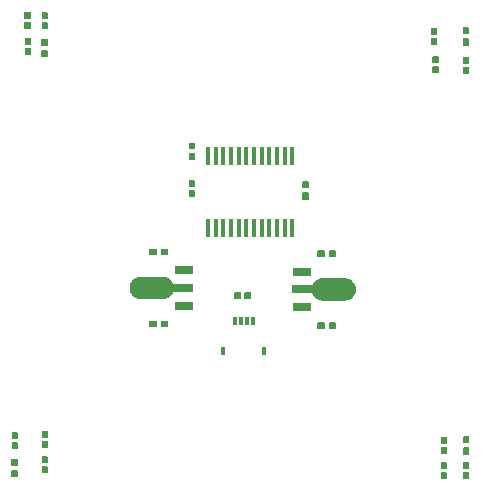
<source format=gbp>
G04 Layer: BottomPasteMaskLayer*
G04 EasyEDA Pro v2.1.44.1.245b18d5.fca1f9, 2024-01-18 14:01:25*
G04 Gerber Generator version 0.3*
G04 Scale: 100 percent, Rotated: No, Reflected: No*
G04 Dimensions in millimeters*
G04 Leading zeros omitted, absolute positions, 3 integers and 5 decimals*
%FSLAX35Y35*%
%MOMM*%
%ADD10R,1.575X0.67201*%
%ADD11R,1.575X0.67201*%
%ADD12R,0.4X0.8*%
%ADD13R,0.3X0.8*%
%ADD14R,0.4X1.65001*%
G75*


G04 PolygonModel Start*
G36*
G01X261396Y-1686202D02*
G01X261396Y-1641201D01*
G01X254399Y-1636202D01*
G01X206398D01*
G01X201397Y-1641201D01*
G01Y-1686202D01*
G01X206398Y-1691201D01*
G01X254399D01*
G01X261396Y-1686202D01*
G37*
G36*
G01X357398Y-1686202D02*
G01X357398Y-1641201D01*
G01X352397Y-1636202D01*
G01X304399D01*
G01X297398Y-1641201D01*
G01Y-1686202D01*
G01X304399Y-1691201D01*
G01X352397D01*
G01X357398Y-1686202D01*
G37*
G36*
G01X297404Y-1031598D02*
G01X297404Y-1076599D01*
G01X304401Y-1081598D01*
G01X352402D01*
G01X357403Y-1076599D01*
G01Y-1031598D01*
G01X352402Y-1026599D01*
G01X304401D01*
G01X297404Y-1031598D01*
G37*
G36*
G01X201402Y-1031598D02*
G01X201402Y-1076599D01*
G01X206403Y-1081598D01*
G01X254401D01*
G01X261402Y-1076599D01*
G01Y-1031598D01*
G01X254401Y-1026599D01*
G01X206403D01*
G01X201402Y-1031598D01*
G37*
G36*
G01X1719804Y-1044298D02*
G01X1719804Y-1089299D01*
G01X1726801Y-1094298D01*
G01X1774802D01*
G01X1779803Y-1089299D01*
G01Y-1044298D01*
G01X1774802Y-1039299D01*
G01X1726801D01*
G01X1719804Y-1044298D01*
G37*
G36*
G01X1623802Y-1044298D02*
G01X1623802Y-1089299D01*
G01X1628803Y-1094298D01*
G01X1676801D01*
G01X1683802Y-1089299D01*
G01Y-1044298D01*
G01X1676801Y-1039299D01*
G01X1628803D01*
G01X1623802Y-1044298D01*
G37*
G36*
G01X1683796Y-1698902D02*
G01X1683796Y-1653901D01*
G01X1676799Y-1648902D01*
G01X1628798D01*
G01X1623797Y-1653901D01*
G01Y-1698902D01*
G01X1628798Y-1703901D01*
G01X1676799D01*
G01X1683796Y-1698902D01*
G37*
G36*
G01X1779798Y-1698902D02*
G01X1779798Y-1653901D01*
G01X1774797Y-1648902D01*
G01X1726799D01*
G01X1719798Y-1653901D01*
G01Y-1698902D01*
G01X1726799Y-1703901D01*
G01X1774797D01*
G01X1779798Y-1698902D01*
G37*
G36*
G01X-917298Y-2900904D02*
G01X-962299Y-2900904D01*
G01X-967298Y-2907901D01*
G01Y-2955902D01*
G01X-962299Y-2960903D01*
G01X-917298D01*
G01X-912299Y-2955902D01*
G01Y-2907901D01*
G01X-917298Y-2900904D01*
G37*
G36*
G01X-917298Y-2804902D02*
G01X-962299Y-2804902D01*
G01X-967298Y-2809903D01*
G01Y-2857901D01*
G01X-962299Y-2864902D01*
G01X-917298D01*
G01X-912299Y-2857901D01*
G01Y-2809903D01*
G01X-917298Y-2804902D01*
G37*
G36*
G01X2905402Y-2710404D02*
G01X2860401Y-2710404D01*
G01X2855402Y-2717401D01*
G01Y-2765402D01*
G01X2860401Y-2770403D01*
G01X2905402D01*
G01X2910401Y-2765402D01*
G01Y-2717401D01*
G01X2905402Y-2710404D01*
G37*
G36*
G01X2905402Y-2614402D02*
G01X2860401Y-2614402D01*
G01X2855402Y-2619403D01*
G01Y-2667401D01*
G01X2860401Y-2674402D01*
G01X2905402D01*
G01X2910401Y-2667401D01*
G01Y-2619403D01*
G01X2905402Y-2614402D01*
G37*
G36*
G01X-708302Y691104D02*
G01X-663301Y691104D01*
G01X-658302Y698101D01*
G01Y746102D01*
G01X-663301Y751103D01*
G01X-708302D01*
G01X-713301Y746102D01*
G01Y698101D01*
G01X-708302Y691104D01*
G37*
G36*
G01X-708302Y595102D02*
G01X-663301Y595102D01*
G01X-658302Y600103D01*
G01Y648101D01*
G01X-663301Y655102D01*
G01X-708302D01*
G01X-713301Y648101D01*
G01Y600103D01*
G01X-708302Y595102D01*
G37*
G36*
G01X2901693Y752988D02*
G01X2856692Y752988D01*
G01X2851694Y745990D01*
G01Y697989D01*
G01X2856692Y692988D01*
G01X2901693D01*
G01X2906692Y697989D01*
G01Y745990D01*
G01X2901693Y752988D01*
G37*
G36*
G01X2901693Y848990D02*
G01X2856692Y848990D01*
G01X2851694Y843989D01*
G01Y795990D01*
G01X2856692Y788990D01*
G01X2901693D01*
G01X2906692Y795990D01*
G01Y843989D01*
G01X2901693Y848990D01*
G37*
G36*
G01X1546502Y-551404D02*
G01X1501501Y-551404D01*
G01X1496502Y-558401D01*
G01Y-606402D01*
G01X1501501Y-611403D01*
G01X1546502D01*
G01X1551501Y-606402D01*
G01Y-558401D01*
G01X1546502Y-551404D01*
G37*
G36*
G01X1546502Y-455402D02*
G01X1501501Y-455402D01*
G01X1496502Y-460403D01*
G01Y-508401D01*
G01X1501501Y-515402D01*
G01X1546502D01*
G01X1551501Y-508401D01*
G01Y-460403D01*
G01X1546502Y-455402D01*
G37*
G36*
G01X2669400Y-2894800D02*
G01X2715400Y-2894800D01*
G01X2719400Y-2890799D01*
G01Y-2840736D01*
G01X2715400Y-2836735D01*
G01X2669400D01*
G01X2665400Y-2840736D01*
G01Y-2890799D01*
G01X2669400Y-2894800D01*
G37*
G36*
G01X2669400Y-2921800D02*
G01X2715400Y-2921800D01*
G01X2719400Y-2925801D01*
G01Y-2975864D01*
G01X2715400Y-2979864D01*
G01X2669400D01*
G01X2665400Y-2975864D01*
G01Y-2925801D01*
G01X2669400Y-2921800D01*
G37*
G36*
G01X2859900Y-2894800D02*
G01X2905900Y-2894800D01*
G01X2909900Y-2890799D01*
G01Y-2840736D01*
G01X2905900Y-2836735D01*
G01X2859900D01*
G01X2855900Y-2840736D01*
G01Y-2890799D01*
G01X2859900Y-2894800D01*
G37*
G36*
G01X2859900Y-2921800D02*
G01X2905900Y-2921800D01*
G01X2909900Y-2925801D01*
G01Y-2975864D01*
G01X2905900Y-2979864D01*
G01X2859900D01*
G01X2855900Y-2975864D01*
G01Y-2925801D01*
G01X2859900Y-2921800D01*
G37*
G36*
G01X2669400Y-2678900D02*
G01X2715400Y-2678900D01*
G01X2719400Y-2674899D01*
G01Y-2624836D01*
G01X2715400Y-2620835D01*
G01X2669400D01*
G01X2665400Y-2624836D01*
G01Y-2674899D01*
G01X2669400Y-2678900D01*
G37*
G36*
G01X2669400Y-2705900D02*
G01X2715400Y-2705900D01*
G01X2719400Y-2709901D01*
G01Y-2759964D01*
G01X2715400Y-2763964D01*
G01X2669400D01*
G01X2665400Y-2759964D01*
G01Y-2709901D01*
G01X2669400Y-2705900D01*
G37*
G36*
G01X-662800Y-2655100D02*
G01X-708800Y-2655100D01*
G01X-712800Y-2659101D01*
G01Y-2709164D01*
G01X-708800Y-2713164D01*
G01X-662800D01*
G01X-658800Y-2709164D01*
G01Y-2659101D01*
G01X-662800Y-2655100D01*
G37*
G36*
G01X-662800Y-2628100D02*
G01X-708800Y-2628100D01*
G01X-712800Y-2624099D01*
G01Y-2574036D01*
G01X-708800Y-2570035D01*
G01X-662800D01*
G01X-658800Y-2574036D01*
G01Y-2624099D01*
G01X-662800Y-2628100D01*
G37*
G36*
G01X-916800Y-2667800D02*
G01X-962800Y-2667800D01*
G01X-966800Y-2671801D01*
G01Y-2721864D01*
G01X-962800Y-2725864D01*
G01X-916800D01*
G01X-912800Y-2721864D01*
G01Y-2671801D01*
G01X-916800Y-2667800D01*
G37*
G36*
G01X-916800Y-2640800D02*
G01X-962800Y-2640800D01*
G01X-966800Y-2636799D01*
G01Y-2586736D01*
G01X-962800Y-2582735D01*
G01X-916800D01*
G01X-912800Y-2586736D01*
G01Y-2636799D01*
G01X-916800Y-2640800D01*
G37*
G36*
G01X-708800Y-2844000D02*
G01X-662800Y-2844000D01*
G01X-658800Y-2839999D01*
G01Y-2789936D01*
G01X-662800Y-2785935D01*
G01X-708800D01*
G01X-712800Y-2789936D01*
G01Y-2839999D01*
G01X-708800Y-2844000D01*
G37*
G36*
G01X-708800Y-2871000D02*
G01X-662800Y-2871000D01*
G01X-658800Y-2875001D01*
G01Y-2925064D01*
G01X-662800Y-2929064D01*
G01X-708800D01*
G01X-712800Y-2925064D01*
G01Y-2875001D01*
G01X-708800Y-2871000D01*
G37*
G36*
G01X-662800Y888200D02*
G01X-708800Y888200D01*
G01X-712800Y884199D01*
G01Y834136D01*
G01X-708800Y830136D01*
G01X-662800D01*
G01X-658800Y834136D01*
G01Y884199D01*
G01X-662800Y888200D01*
G37*
G36*
G01X-662800Y915200D02*
G01X-708800Y915200D01*
G01X-712800Y919201D01*
G01Y969264D01*
G01X-708800Y973265D01*
G01X-662800D01*
G01X-658800Y969264D01*
G01Y919201D01*
G01X-662800Y915200D01*
G37*
G36*
G01X-807682Y893382D02*
G01X-853681Y893382D01*
G01X-857682Y889381D01*
G01Y839318D01*
G01X-853681Y835317D01*
G01X-807682D01*
G01X-803681Y839318D01*
G01Y889381D01*
G01X-807682Y893382D01*
G37*
G36*
G01X-807682Y920382D02*
G01X-853681Y920382D01*
G01X-857682Y924382D01*
G01Y974446D01*
G01X-853681Y978446D01*
G01X-807682D01*
G01X-803681Y974446D01*
G01Y924382D01*
G01X-807682Y920382D01*
G37*
G36*
G01X-848500Y699300D02*
G01X-802500Y699300D01*
G01X-798500Y703301D01*
G01Y753364D01*
G01X-802500Y757365D01*
G01X-848500D01*
G01X-852500Y753364D01*
G01Y703301D01*
G01X-848500Y699300D01*
G37*
G36*
G01X-848500Y672300D02*
G01X-802500Y672300D01*
G01X-798500Y668299D01*
G01Y618236D01*
G01X-802500Y614236D01*
G01X-848500D01*
G01X-852500Y618236D01*
G01Y668299D01*
G01X-848500Y672300D01*
G37*
G36*
G01X2646718Y517055D02*
G01X2600719Y517055D01*
G01X2596718Y513055D01*
G01Y462991D01*
G01X2600719Y458991D01*
G01X2646718D01*
G01X2650719Y462991D01*
G01Y513055D01*
G01X2646718Y517055D01*
G37*
G36*
G01X2646718Y544055D02*
G01X2600719Y544055D01*
G01X2596718Y548056D01*
G01Y598119D01*
G01X2600719Y602120D01*
G01X2646718D01*
G01X2650719Y598119D01*
G01Y548056D01*
G01X2646718Y544055D01*
G37*
G36*
G01X2903414Y510858D02*
G01X2857415Y510858D01*
G01X2853414Y506857D01*
G01Y456794D01*
G01X2857415Y452793D01*
G01X2903414D01*
G01X2907415Y456794D01*
G01Y506857D01*
G01X2903414Y510858D01*
G37*
G36*
G01X2903414Y537858D02*
G01X2857415Y537858D01*
G01X2853414Y541858D01*
G01Y591922D01*
G01X2857415Y595922D01*
G01X2903414D01*
G01X2907415Y591922D01*
G01Y541858D01*
G01X2903414Y537858D01*
G37*
G36*
G01X2634018Y753682D02*
G01X2588019Y753682D01*
G01X2584018Y749681D01*
G01Y699618D01*
G01X2588019Y695617D01*
G01X2634018D01*
G01X2638019Y699618D01*
G01Y749681D01*
G01X2634018Y753682D01*
G37*
G36*
G01X2634018Y780682D02*
G01X2588019Y780682D01*
G01X2584018Y784682D01*
G01Y834746D01*
G01X2588019Y838746D01*
G01X2634018D01*
G01X2638019Y834746D01*
G01Y784682D01*
G01X2634018Y780682D01*
G37*
G36*
G01X535800Y-187363D02*
G01X581800Y-187363D01*
G01X585800Y-183363D01*
G01Y-133299D01*
G01X581800Y-129299D01*
G01X535800D01*
G01X531800Y-133299D01*
G01Y-183363D01*
G01X535800Y-187363D01*
G37*
G36*
G01X535800Y-214363D02*
G01X581800Y-214363D01*
G01X585800Y-218364D01*
G01Y-268427D01*
G01X581800Y-272428D01*
G01X535800D01*
G01X531800Y-268427D01*
G01Y-218364D01*
G01X535800Y-214363D01*
G37*
G36*
G01X1004100Y-1399400D02*
G01X1004100Y-1445400D01*
G01X1008101Y-1449400D01*
G01X1058164D01*
G01X1062165Y-1445400D01*
G01Y-1399400D01*
G01X1058164Y-1395400D01*
G01X1008101D01*
G01X1004100Y-1399400D01*
G37*
G36*
G01X977100Y-1399400D02*
G01X977100Y-1445400D01*
G01X973099Y-1449400D01*
G01X923036D01*
G01X919036Y-1445400D01*
G01Y-1399400D01*
G01X923036Y-1395400D01*
G01X973099D01*
G01X977100Y-1399400D01*
G37*
G36*
G01X581800Y-534200D02*
G01X535800Y-534200D01*
G01X531800Y-538201D01*
G01Y-588264D01*
G01X535800Y-592264D01*
G01X581800D01*
G01X585800Y-588264D01*
G01Y-538201D01*
G01X581800Y-534200D01*
G37*
G36*
G01X581800Y-507200D02*
G01X535800Y-507200D01*
G01X531800Y-503199D01*
G01Y-453136D01*
G01X535800Y-449135D01*
G01X581800D01*
G01X585800Y-453136D01*
G01Y-503199D01*
G01X581800Y-507200D01*
G37*
G04 PolygonModel End*

G04 Pad Start*
G54D10*
G01X491223Y-1208900D03*
G01X491223Y-1508900D03*
G36*
G01X127279Y-1453883D02*
G01X312699Y-1453883D01*
G01X317152Y-1453777D01*
G01X321594Y-1453464D01*
G01X326019Y-1452943D01*
G01X330413Y-1452217D01*
G01X334769Y-1451282D01*
G01X339075Y-1450147D01*
G01X343324Y-1448811D01*
G01X347505Y-1447277D01*
G01X351610Y-1445547D01*
G01X355630Y-1443629D01*
G01X359555Y-1441524D01*
G01X363377Y-1439235D01*
G01X367088Y-1436771D01*
G01X370680Y-1434137D01*
G01X374142Y-1431338D01*
G01X377472Y-1428377D01*
G01X380657Y-1425265D01*
G01X383695Y-1422006D01*
G01X386575Y-1418610D01*
G01X389293Y-1415082D01*
G01X391843Y-1411430D01*
G01X394218Y-1407663D01*
G01X396415Y-1403787D01*
G01X398429Y-1399814D01*
G01X400253Y-1391884D01*
G01X569986D01*
G01Y-1325885D01*
G01X400253D01*
G01X398429Y-1317950D01*
G01X396415Y-1313978D01*
G01X394218Y-1310102D01*
G01X391843Y-1306335D01*
G01X389293Y-1302682D01*
G01X386575Y-1299154D01*
G01X383695Y-1295758D01*
G01X380657Y-1292499D01*
G01X377472Y-1289388D01*
G01X374142Y-1286426D01*
G01X370680Y-1283627D01*
G01X367088Y-1280993D01*
G01X363377Y-1278529D01*
G01X359555Y-1276241D01*
G01X355630Y-1274135D01*
G01X351610Y-1272217D01*
G01X347505Y-1270488D01*
G01X343324Y-1268954D01*
G01X339075Y-1267617D01*
G01X334769Y-1266482D01*
G01X330413Y-1265547D01*
G01X326019Y-1264821D01*
G01X321594Y-1264300D01*
G01X317152Y-1263988D01*
G01X312699Y-1263881D01*
G01X127279D01*
G01X122827Y-1263988D01*
G01X118384Y-1264300D01*
G01X113960Y-1264821D01*
G01X109565Y-1265547D01*
G01X105209Y-1266482D01*
G01X100904Y-1267617D01*
G01X96655Y-1268954D01*
G01X92474Y-1270488D01*
G01X88369Y-1272217D01*
G01X84348Y-1274135D01*
G01X80424Y-1276241D01*
G01X76601Y-1278529D01*
G01X72890Y-1280993D01*
G01X69299Y-1283627D01*
G01X65837Y-1286426D01*
G01X62507Y-1289388D01*
G01X59322Y-1292499D01*
G01X56284Y-1295758D01*
G01X53404Y-1299154D01*
G01X50686Y-1302682D01*
G01X48136Y-1306335D01*
G01X45761Y-1310102D01*
G01X43564Y-1313978D01*
G01X41549Y-1317950D01*
G01X39726Y-1322014D01*
G01X38092Y-1326157D01*
G01X36657Y-1330373D01*
G01X35420Y-1334653D01*
G01X34387Y-1338986D01*
G01X33556Y-1343360D01*
G01X32931Y-1347772D01*
G01X32515Y-1352207D01*
G01X32306Y-1356655D01*
G01Y-1361110D01*
G01X32515Y-1365557D01*
G01X32931Y-1369992D01*
G01X33556Y-1374404D01*
G01X34387Y-1378778D01*
G01X35420Y-1383111D01*
G01X36657Y-1387391D01*
G01X38092Y-1391608D01*
G01X39726Y-1395750D01*
G01X41549Y-1399814D01*
G01X43564Y-1403787D01*
G01X45761Y-1407663D01*
G01X48136Y-1411430D01*
G01X50686Y-1415082D01*
G01X53404Y-1418610D01*
G01X56284Y-1422006D01*
G01X59322Y-1425265D01*
G01X62507Y-1428377D01*
G01X65837Y-1431338D01*
G01X69299Y-1434137D01*
G01X72890Y-1436771D01*
G01X76601Y-1439235D01*
G01X80424Y-1441524D01*
G01X84348Y-1443629D01*
G01X88369Y-1445547D01*
G01X92474Y-1447277D01*
G01X96655Y-1448811D01*
G01X100904Y-1450147D01*
G01X105209Y-1451282D01*
G01X109565Y-1452217D01*
G01X113960Y-1452943D01*
G01X118384Y-1453464D01*
G01X122827Y-1453777D01*
G01X127279Y-1453883D01*
G37*
G54D11*
G01X1489977Y-1521600D03*
G01X1489977Y-1221600D03*
G36*
G01X1853921Y-1276617D02*
G01X1668501Y-1276617D01*
G01X1664048Y-1276723D01*
G01X1659606Y-1277036D01*
G01X1655181Y-1277556D01*
G01X1650787Y-1278283D01*
G01X1646431Y-1279218D01*
G01X1642125Y-1280353D01*
G01X1637876Y-1281689D01*
G01X1633695Y-1283223D01*
G01X1629590Y-1284953D01*
G01X1625570Y-1286871D01*
G01X1621645Y-1288976D01*
G01X1617823Y-1291265D01*
G01X1614112Y-1293729D01*
G01X1610520Y-1296363D01*
G01X1607058Y-1299162D01*
G01X1603728Y-1302123D01*
G01X1600543Y-1305235D01*
G01X1597505Y-1308494D01*
G01X1594625Y-1311890D01*
G01X1591907Y-1315418D01*
G01X1589357Y-1319070D01*
G01X1586982Y-1322837D01*
G01X1584785Y-1326713D01*
G01X1582771Y-1330686D01*
G01X1580947Y-1338616D01*
G01X1411214D01*
G01Y-1404615D01*
G01X1580947D01*
G01X1582771Y-1412550D01*
G01X1584785Y-1416522D01*
G01X1586982Y-1420398D01*
G01X1589357Y-1424165D01*
G01X1591907Y-1427818D01*
G01X1594625Y-1431346D01*
G01X1597505Y-1434742D01*
G01X1600543Y-1438001D01*
G01X1603728Y-1441112D01*
G01X1607058Y-1444074D01*
G01X1610520Y-1446873D01*
G01X1614112Y-1449507D01*
G01X1617823Y-1451971D01*
G01X1621645Y-1454259D01*
G01X1625570Y-1456365D01*
G01X1629590Y-1458283D01*
G01X1633695Y-1460012D01*
G01X1637876Y-1461546D01*
G01X1642125Y-1462883D01*
G01X1646431Y-1464018D01*
G01X1650787Y-1464953D01*
G01X1655181Y-1465679D01*
G01X1659606Y-1466200D01*
G01X1664048Y-1466512D01*
G01X1668501Y-1466619D01*
G01X1853921D01*
G01X1858373Y-1466512D01*
G01X1862816Y-1466200D01*
G01X1867240Y-1465679D01*
G01X1871635Y-1464953D01*
G01X1875991Y-1464018D01*
G01X1880296Y-1462883D01*
G01X1884545Y-1461546D01*
G01X1888726Y-1460012D01*
G01X1892831Y-1458283D01*
G01X1896852Y-1456365D01*
G01X1900776Y-1454259D01*
G01X1904599Y-1451971D01*
G01X1908310Y-1449507D01*
G01X1911901Y-1446873D01*
G01X1915363Y-1444074D01*
G01X1918693Y-1441112D01*
G01X1921878Y-1438001D01*
G01X1924916Y-1434742D01*
G01X1927797Y-1431346D01*
G01X1930514Y-1427818D01*
G01X1933064Y-1424165D01*
G01X1935439Y-1420398D01*
G01X1937636Y-1416522D01*
G01X1939651Y-1412550D01*
G01X1941474Y-1408486D01*
G01X1943108Y-1404343D01*
G01X1944543Y-1400127D01*
G01X1945780Y-1395847D01*
G01X1946813Y-1391514D01*
G01X1947644Y-1387140D01*
G01X1948269Y-1382728D01*
G01X1948685Y-1378293D01*
G01X1948894Y-1373845D01*
G01Y-1369390D01*
G01X1948685Y-1364943D01*
G01X1948269Y-1360508D01*
G01X1947644Y-1356096D01*
G01X1946813Y-1351722D01*
G01X1945780Y-1347389D01*
G01X1944543Y-1343109D01*
G01X1943108Y-1338892D01*
G01X1941474Y-1334750D01*
G01X1939651Y-1330686D01*
G01X1937636Y-1326713D01*
G01X1935439Y-1322837D01*
G01X1933064Y-1319070D01*
G01X1930514Y-1315418D01*
G01X1927797Y-1311890D01*
G01X1924916Y-1308494D01*
G01X1921878Y-1305235D01*
G01X1918693Y-1302123D01*
G01X1915363Y-1299162D01*
G01X1911901Y-1296363D01*
G01X1908310Y-1293729D01*
G01X1904599Y-1291265D01*
G01X1900776Y-1288976D01*
G01X1896852Y-1286871D01*
G01X1892831Y-1284953D01*
G01X1888726Y-1283223D01*
G01X1884545Y-1281689D01*
G01X1880296Y-1280353D01*
G01X1875991Y-1279218D01*
G01X1871635Y-1278283D01*
G01X1867240Y-1277556D01*
G01X1862816Y-1277036D01*
G01X1858373Y-1276723D01*
G01X1853921Y-1276617D01*
G37*
G54D12*
G01X1175006Y-1890306D03*
G54D13*
G01X924994Y-1640294D03*
G01X975006Y-1640294D03*
G01X1024994Y-1640294D03*
G01X1075006Y-1640294D03*
G54D12*
G01X824994Y-1890306D03*
G54D14*
G01X1021613Y-243840D03*
G01X956615Y-243840D03*
G01X891616Y-243840D03*
G01X826618Y-243840D03*
G01X761619Y-243840D03*
G01X696620Y-243840D03*
G01X1086587Y-243840D03*
G01X1411580Y-243840D03*
G01X1346606Y-243840D03*
G01X1281608Y-243840D03*
G01X1216609Y-243840D03*
G01X1151611Y-243840D03*
G01X956615Y-848360D03*
G01X891616Y-848360D03*
G01X826618Y-848360D03*
G01X761619Y-848360D03*
G01X696620Y-848360D03*
G01X1021613Y-848360D03*
G01X1411580Y-848360D03*
G01X1346606Y-848360D03*
G01X1281608Y-848360D03*
G01X1216609Y-848360D03*
G01X1151611Y-848360D03*
G01X1086587Y-848360D03*
G04 Pad End*

M02*

</source>
